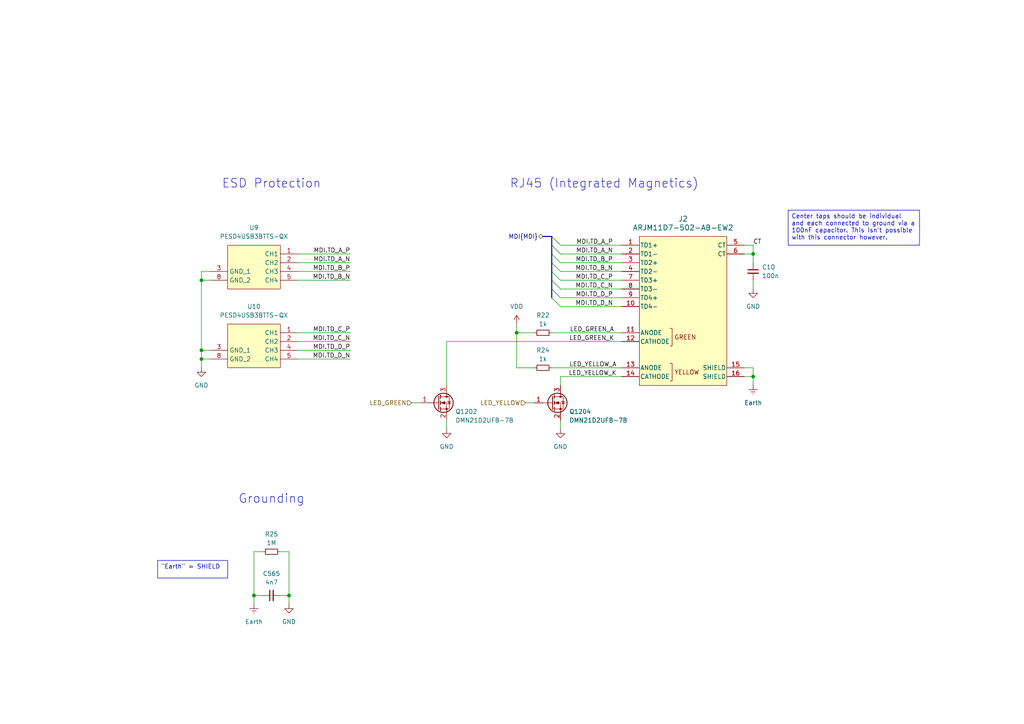
<source format=kicad_sch>
(kicad_sch
	(version 20250114)
	(generator "eeschema")
	(generator_version "9.0")
	(uuid "f705ba0d-20c4-4207-b055-c866957c0eb8")
	(paper "A4")
	(title_block
		(title "RJ45")
		(date "2025-04-09")
		(rev "1.0.0")
	)
	(lib_symbols
		(symbol "ARJM11D7_502_AB_EW2:ARJM11D7-502-AB-EW2"
			(pin_names
				(offset 0.254)
			)
			(exclude_from_sim no)
			(in_bom yes)
			(on_board yes)
			(property "Reference" "J"
				(at 0 5.08 0)
				(effects
					(font
						(size 1.524 1.524)
					)
				)
			)
			(property "Value" "ARJM11D7-502-AB-EW2"
				(at 0 2.54 0)
				(effects
					(font
						(size 1.524 1.524)
					)
				)
			)
			(property "Footprint" "switch_footprints:ARJM11D7-502-AB-EW2_ABR"
				(at 0 -45.72 0)
				(effects
					(font
						(size 1.27 1.27)
						(italic yes)
					)
					(hide yes)
				)
			)
			(property "Datasheet" "ARJM11D7-502-AB-EW2"
				(at 0 -48.26 0)
				(effects
					(font
						(size 1.27 1.27)
						(italic yes)
					)
					(hide yes)
				)
			)
			(property "Description" ""
				(at 0 0 0)
				(effects
					(font
						(size 1.27 1.27)
					)
					(hide yes)
				)
			)
			(property "ki_keywords" "ARJM11D7-502-AB-EW2"
				(at 0 0 0)
				(effects
					(font
						(size 1.27 1.27)
					)
					(hide yes)
				)
			)
			(property "ki_fp_filters" "ARJM11D7-502-AB-EW2_ABR"
				(at 0 0 0)
				(effects
					(font
						(size 1.27 1.27)
					)
					(hide yes)
				)
			)
			(symbol "ARJM11D7-502-AB-EW2_0_1"
				(polyline
					(pts
						(xy -3.81 -26.67) (xy -3.175 -26.67) (xy -3.175 -31.75) (xy -3.81 -31.75)
					)
					(stroke
						(width 0)
						(type default)
					)
					(fill
						(type none)
					)
				)
				(polyline
					(pts
						(xy -3.81 -36.83) (xy -3.175 -36.83) (xy -3.175 -41.91) (xy -3.81 -41.91)
					)
					(stroke
						(width 0)
						(type default)
					)
					(fill
						(type none)
					)
				)
				(pin bidirectional line
					(at -17.78 -2.54 0)
					(length 5.08)
					(name "TD1+"
						(effects
							(font
								(size 1.27 1.27)
							)
						)
					)
					(number "1"
						(effects
							(font
								(size 1.27 1.27)
							)
						)
					)
				)
				(pin bidirectional line
					(at -17.78 -5.08 0)
					(length 5.08)
					(name "TD1-"
						(effects
							(font
								(size 1.27 1.27)
							)
						)
					)
					(number "2"
						(effects
							(font
								(size 1.27 1.27)
							)
						)
					)
				)
				(pin bidirectional line
					(at -17.78 -7.62 0)
					(length 5.08)
					(name "TD2+"
						(effects
							(font
								(size 1.27 1.27)
							)
						)
					)
					(number "3"
						(effects
							(font
								(size 1.27 1.27)
							)
						)
					)
				)
				(pin bidirectional line
					(at -17.78 -10.16 0)
					(length 5.08)
					(name "TD2-"
						(effects
							(font
								(size 1.27 1.27)
							)
						)
					)
					(number "4"
						(effects
							(font
								(size 1.27 1.27)
							)
						)
					)
				)
				(pin bidirectional line
					(at -17.78 -12.7 0)
					(length 5.08)
					(name "TD3+"
						(effects
							(font
								(size 1.27 1.27)
							)
						)
					)
					(number "7"
						(effects
							(font
								(size 1.27 1.27)
							)
						)
					)
				)
				(pin bidirectional line
					(at -17.78 -15.24 0)
					(length 5.08)
					(name "TD3-"
						(effects
							(font
								(size 1.27 1.27)
							)
						)
					)
					(number "8"
						(effects
							(font
								(size 1.27 1.27)
							)
						)
					)
				)
				(pin bidirectional line
					(at -17.78 -17.78 0)
					(length 5.08)
					(name "TD4+"
						(effects
							(font
								(size 1.27 1.27)
							)
						)
					)
					(number "9"
						(effects
							(font
								(size 1.27 1.27)
							)
						)
					)
				)
				(pin bidirectional line
					(at -17.78 -20.32 0)
					(length 5.08)
					(name "TD4-"
						(effects
							(font
								(size 1.27 1.27)
							)
						)
					)
					(number "10"
						(effects
							(font
								(size 1.27 1.27)
							)
						)
					)
				)
				(pin unspecified line
					(at -17.78 -27.94 0)
					(length 5.08)
					(name "ANODE"
						(effects
							(font
								(size 1.27 1.27)
							)
						)
					)
					(number "11"
						(effects
							(font
								(size 1.27 1.27)
							)
						)
					)
				)
				(pin unspecified line
					(at -17.78 -30.48 0)
					(length 5.08)
					(name "CATHODE"
						(effects
							(font
								(size 1.27 1.27)
							)
						)
					)
					(number "12"
						(effects
							(font
								(size 1.27 1.27)
							)
						)
					)
				)
				(pin unspecified line
					(at -17.78 -38.1 0)
					(length 5.08)
					(name "ANODE"
						(effects
							(font
								(size 1.27 1.27)
							)
						)
					)
					(number "13"
						(effects
							(font
								(size 1.27 1.27)
							)
						)
					)
				)
				(pin unspecified line
					(at -17.78 -40.64 0)
					(length 5.08)
					(name "CATHODE"
						(effects
							(font
								(size 1.27 1.27)
							)
						)
					)
					(number "14"
						(effects
							(font
								(size 1.27 1.27)
							)
						)
					)
				)
				(pin unspecified line
					(at 17.78 -2.54 180)
					(length 5.08)
					(name "CT"
						(effects
							(font
								(size 1.27 1.27)
							)
						)
					)
					(number "5"
						(effects
							(font
								(size 1.27 1.27)
							)
						)
					)
				)
				(pin unspecified line
					(at 17.78 -5.08 180)
					(length 5.08)
					(name "CT"
						(effects
							(font
								(size 1.27 1.27)
							)
						)
					)
					(number "6"
						(effects
							(font
								(size 1.27 1.27)
							)
						)
					)
				)
			)
			(symbol "ARJM11D7-502-AB-EW2_1_1"
				(rectangle
					(start -12.7 0)
					(end 12.7 -43.18)
					(stroke
						(width 0)
						(type solid)
					)
					(fill
						(type background)
					)
				)
				(text "GREEN"
					(at -2.54 -29.21 0)
					(effects
						(font
							(size 1.27 1.27)
						)
						(justify left)
					)
				)
				(text "YELLOW"
					(at -2.54 -39.37 0)
					(effects
						(font
							(size 1.27 1.27)
						)
						(justify left)
					)
				)
				(pin passive line
					(at 17.78 -38.1 180)
					(length 5.08)
					(name "SHIELD"
						(effects
							(font
								(size 1.27 1.27)
							)
						)
					)
					(number "15"
						(effects
							(font
								(size 1.27 1.27)
							)
						)
					)
				)
				(pin passive line
					(at 17.78 -40.64 180)
					(length 5.08)
					(name "SHIELD"
						(effects
							(font
								(size 1.27 1.27)
							)
						)
					)
					(number "16"
						(effects
							(font
								(size 1.27 1.27)
							)
						)
					)
				)
			)
			(embedded_fonts no)
		)
		(symbol "DMN21D2UFB-7B:DMN21D2UFB-7B"
			(pin_names
				(hide yes)
			)
			(exclude_from_sim no)
			(in_bom yes)
			(on_board yes)
			(property "Reference" "Q"
				(at 11.43 3.81 0)
				(effects
					(font
						(size 1.27 1.27)
					)
					(justify left top)
				)
			)
			(property "Value" "DMN21D2UFB-7B"
				(at 11.43 1.27 0)
				(effects
					(font
						(size 1.27 1.27)
					)
					(justify left top)
				)
			)
			(property "Footprint" "switch_footprints:DMN21D2UFB7B"
				(at 11.43 -98.73 0)
				(effects
					(font
						(size 1.27 1.27)
					)
					(justify left top)
					(hide yes)
				)
			)
			(property "Datasheet" "https://componentsearchengine.com/Datasheets/1/DMN21D2UFB-7B.pdf"
				(at 11.43 -198.73 0)
				(effects
					(font
						(size 1.27 1.27)
					)
					(justify left top)
					(hide yes)
				)
			)
			(property "Description" "MOSFET MOSFET BVDSS: 8V-24V X1-DFN1006-3 T&R 10"
				(at 0 -30.48 0)
				(effects
					(font
						(size 1.27 1.27)
					)
					(hide yes)
				)
			)
			(property "Height" "0.53"
				(at 11.43 -398.73 0)
				(effects
					(font
						(size 1.27 1.27)
					)
					(justify left top)
					(hide yes)
				)
			)
			(property "Mouser Part Number" "621-DMN21D2UFB-7B"
				(at 11.43 -498.73 0)
				(effects
					(font
						(size 1.27 1.27)
					)
					(justify left top)
					(hide yes)
				)
			)
			(property "Mouser Price/Stock" ""
				(at 11.43 -598.73 0)
				(effects
					(font
						(size 1.27 1.27)
					)
					(justify left top)
					(hide yes)
				)
			)
			(property "Manufacturer_Name" "Diodes Incorporated"
				(at 11.43 -698.73 0)
				(effects
					(font
						(size 1.27 1.27)
					)
					(justify left top)
					(hide yes)
				)
			)
			(property "Manufacturer_Part_Number" "DMN21D2UFB-7B"
				(at 11.43 -798.73 0)
				(effects
					(font
						(size 1.27 1.27)
					)
					(justify left top)
					(hide yes)
				)
			)
			(symbol "DMN21D2UFB-7B_0_1"
				(polyline
					(pts
						(xy 5.334 1.905) (xy 5.334 -1.905)
					)
					(stroke
						(width 0.254)
						(type default)
					)
					(fill
						(type none)
					)
				)
				(polyline
					(pts
						(xy 5.334 0) (xy 2.54 0)
					)
					(stroke
						(width 0)
						(type default)
					)
					(fill
						(type none)
					)
				)
				(polyline
					(pts
						(xy 5.842 2.286) (xy 5.842 1.27)
					)
					(stroke
						(width 0.254)
						(type default)
					)
					(fill
						(type none)
					)
				)
				(polyline
					(pts
						(xy 5.842 0.508) (xy 5.842 -0.508)
					)
					(stroke
						(width 0.254)
						(type default)
					)
					(fill
						(type none)
					)
				)
				(polyline
					(pts
						(xy 5.842 -1.27) (xy 5.842 -2.286)
					)
					(stroke
						(width 0.254)
						(type default)
					)
					(fill
						(type none)
					)
				)
				(polyline
					(pts
						(xy 5.842 -1.778) (xy 8.382 -1.778) (xy 8.382 1.778) (xy 5.842 1.778)
					)
					(stroke
						(width 0)
						(type default)
					)
					(fill
						(type none)
					)
				)
				(polyline
					(pts
						(xy 6.096 0) (xy 7.112 0.381) (xy 7.112 -0.381) (xy 6.096 0)
					)
					(stroke
						(width 0)
						(type default)
					)
					(fill
						(type outline)
					)
				)
				(circle
					(center 6.731 0)
					(radius 2.794)
					(stroke
						(width 0.254)
						(type default)
					)
					(fill
						(type none)
					)
				)
				(polyline
					(pts
						(xy 7.62 2.54) (xy 7.62 1.778)
					)
					(stroke
						(width 0)
						(type default)
					)
					(fill
						(type none)
					)
				)
				(circle
					(center 7.62 1.778)
					(radius 0.254)
					(stroke
						(width 0)
						(type default)
					)
					(fill
						(type outline)
					)
				)
				(circle
					(center 7.62 -1.778)
					(radius 0.254)
					(stroke
						(width 0)
						(type default)
					)
					(fill
						(type outline)
					)
				)
				(polyline
					(pts
						(xy 7.62 -2.54) (xy 7.62 0) (xy 5.842 0)
					)
					(stroke
						(width 0)
						(type default)
					)
					(fill
						(type none)
					)
				)
				(polyline
					(pts
						(xy 7.874 0.508) (xy 8.001 0.381) (xy 8.763 0.381) (xy 8.89 0.254)
					)
					(stroke
						(width 0)
						(type default)
					)
					(fill
						(type none)
					)
				)
				(polyline
					(pts
						(xy 8.382 0.381) (xy 8.001 -0.254) (xy 8.763 -0.254) (xy 8.382 0.381)
					)
					(stroke
						(width 0)
						(type default)
					)
					(fill
						(type none)
					)
				)
			)
			(symbol "DMN21D2UFB-7B_1_1"
				(pin input line
					(at 0 0 0)
					(length 2.54)
					(name "G"
						(effects
							(font
								(size 1.27 1.27)
							)
						)
					)
					(number "1"
						(effects
							(font
								(size 1.27 1.27)
							)
						)
					)
				)
				(pin passive line
					(at 7.62 5.08 270)
					(length 2.54)
					(name "D"
						(effects
							(font
								(size 1.27 1.27)
							)
						)
					)
					(number "3"
						(effects
							(font
								(size 1.27 1.27)
							)
						)
					)
				)
				(pin passive line
					(at 7.62 -5.08 90)
					(length 2.54)
					(name "S"
						(effects
							(font
								(size 1.27 1.27)
							)
						)
					)
					(number "2"
						(effects
							(font
								(size 1.27 1.27)
							)
						)
					)
				)
			)
			(embedded_fonts no)
		)
		(symbol "Device:C_Small"
			(pin_numbers
				(hide yes)
			)
			(pin_names
				(offset 0.254)
				(hide yes)
			)
			(exclude_from_sim no)
			(in_bom yes)
			(on_board yes)
			(property "Reference" "C"
				(at 0.254 1.778 0)
				(effects
					(font
						(size 1.27 1.27)
					)
					(justify left)
				)
			)
			(property "Value" "C_Small"
				(at 0.254 -2.032 0)
				(effects
					(font
						(size 1.27 1.27)
					)
					(justify left)
				)
			)
			(property "Footprint" ""
				(at 0 0 0)
				(effects
					(font
						(size 1.27 1.27)
					)
					(hide yes)
				)
			)
			(property "Datasheet" "~"
				(at 0 0 0)
				(effects
					(font
						(size 1.27 1.27)
					)
					(hide yes)
				)
			)
			(property "Description" "Unpolarized capacitor, small symbol"
				(at 0 0 0)
				(effects
					(font
						(size 1.27 1.27)
					)
					(hide yes)
				)
			)
			(property "ki_keywords" "capacitor cap"
				(at 0 0 0)
				(effects
					(font
						(size 1.27 1.27)
					)
					(hide yes)
				)
			)
			(property "ki_fp_filters" "C_*"
				(at 0 0 0)
				(effects
					(font
						(size 1.27 1.27)
					)
					(hide yes)
				)
			)
			(symbol "C_Small_0_1"
				(polyline
					(pts
						(xy -1.524 0.508) (xy 1.524 0.508)
					)
					(stroke
						(width 0.3048)
						(type default)
					)
					(fill
						(type none)
					)
				)
				(polyline
					(pts
						(xy -1.524 -0.508) (xy 1.524 -0.508)
					)
					(stroke
						(width 0.3302)
						(type default)
					)
					(fill
						(type none)
					)
				)
			)
			(symbol "C_Small_1_1"
				(pin passive line
					(at 0 2.54 270)
					(length 2.032)
					(name "~"
						(effects
							(font
								(size 1.27 1.27)
							)
						)
					)
					(number "1"
						(effects
							(font
								(size 1.27 1.27)
							)
						)
					)
				)
				(pin passive line
					(at 0 -2.54 90)
					(length 2.032)
					(name "~"
						(effects
							(font
								(size 1.27 1.27)
							)
						)
					)
					(number "2"
						(effects
							(font
								(size 1.27 1.27)
							)
						)
					)
				)
			)
			(embedded_fonts no)
		)
		(symbol "Device:R_Small"
			(pin_numbers
				(hide yes)
			)
			(pin_names
				(offset 0.254)
				(hide yes)
			)
			(exclude_from_sim no)
			(in_bom yes)
			(on_board yes)
			(property "Reference" "R"
				(at 0.762 0.508 0)
				(effects
					(font
						(size 1.27 1.27)
					)
					(justify left)
				)
			)
			(property "Value" "R_Small"
				(at 0.762 -1.016 0)
				(effects
					(font
						(size 1.27 1.27)
					)
					(justify left)
				)
			)
			(property "Footprint" ""
				(at 0 0 0)
				(effects
					(font
						(size 1.27 1.27)
					)
					(hide yes)
				)
			)
			(property "Datasheet" "~"
				(at 0 0 0)
				(effects
					(font
						(size 1.27 1.27)
					)
					(hide yes)
				)
			)
			(property "Description" "Resistor, small symbol"
				(at 0 0 0)
				(effects
					(font
						(size 1.27 1.27)
					)
					(hide yes)
				)
			)
			(property "ki_keywords" "R resistor"
				(at 0 0 0)
				(effects
					(font
						(size 1.27 1.27)
					)
					(hide yes)
				)
			)
			(property "ki_fp_filters" "R_*"
				(at 0 0 0)
				(effects
					(font
						(size 1.27 1.27)
					)
					(hide yes)
				)
			)
			(symbol "R_Small_0_1"
				(rectangle
					(start -0.762 1.778)
					(end 0.762 -1.778)
					(stroke
						(width 0.2032)
						(type default)
					)
					(fill
						(type none)
					)
				)
			)
			(symbol "R_Small_1_1"
				(pin passive line
					(at 0 2.54 270)
					(length 0.762)
					(name "~"
						(effects
							(font
								(size 1.27 1.27)
							)
						)
					)
					(number "1"
						(effects
							(font
								(size 1.27 1.27)
							)
						)
					)
				)
				(pin passive line
					(at 0 -2.54 90)
					(length 0.762)
					(name "~"
						(effects
							(font
								(size 1.27 1.27)
							)
						)
					)
					(number "2"
						(effects
							(font
								(size 1.27 1.27)
							)
						)
					)
				)
			)
			(embedded_fonts no)
		)
		(symbol "PESD4USB3BTTS-QX:PESD4USB3BTTS-QX"
			(exclude_from_sim no)
			(in_bom yes)
			(on_board yes)
			(property "Reference" "U"
				(at 0 5.08 0)
				(effects
					(font
						(size 1.27 1.27)
					)
				)
			)
			(property "Value" "PESD4USB3BTTS-QX"
				(at 0 2.54 0)
				(effects
					(font
						(size 1.27 1.27)
					)
				)
			)
			(property "Footprint" "switch_footprints:PESD4USB3BTTSQX"
				(at 29.21 -94.92 0)
				(effects
					(font
						(size 1.27 1.27)
					)
					(justify left top)
					(hide yes)
				)
			)
			(property "Datasheet" "https://assets.nexperia.com/documents/data-sheet/PESD4USB3BTTS-Q.pdf"
				(at 29.21 -194.92 0)
				(effects
					(font
						(size 1.27 1.27)
					)
					(justify left top)
					(hide yes)
				)
			)
			(property "Description" "ESD protection for high-speed interfaces,10 terminals; 0.5 mm pitch; 2.5 mm x 1 mm x 0.75 mm body,DFN2510D-10 (SOT1165D)"
				(at 0 -38.1 0)
				(effects
					(font
						(size 1.27 1.27)
					)
					(hide yes)
				)
			)
			(property "Height" "0.8"
				(at 29.21 -394.92 0)
				(effects
					(font
						(size 1.27 1.27)
					)
					(justify left top)
					(hide yes)
				)
			)
			(property "Mouser Part Number" "771-PESD4USB3BTTS-QX"
				(at 29.21 -494.92 0)
				(effects
					(font
						(size 1.27 1.27)
					)
					(justify left top)
					(hide yes)
				)
			)
			(property "Mouser Price/Stock" "https://www.mouser.co.uk/ProductDetail/Nexperia/PESD4USB3BTTS-QX?qs=3Rah4i%252BhyCFJEPB%252BB9x8Uw%3D%3D"
				(at 29.21 -594.92 0)
				(effects
					(font
						(size 1.27 1.27)
					)
					(justify left top)
					(hide yes)
				)
			)
			(property "Manufacturer_Name" "Nexperia"
				(at 29.21 -694.92 0)
				(effects
					(font
						(size 1.27 1.27)
					)
					(justify left top)
					(hide yes)
				)
			)
			(property "Manufacturer_Part_Number" "PESD4USB3BTTS-QX"
				(at 29.21 -794.92 0)
				(effects
					(font
						(size 1.27 1.27)
					)
					(justify left top)
					(hide yes)
				)
			)
			(symbol "PESD4USB3BTTS-QX_1_1"
				(rectangle
					(start -7.62 0)
					(end 7.62 -12.7)
					(stroke
						(width 0)
						(type solid)
					)
					(fill
						(type background)
					)
				)
				(pin passive line
					(at -12.7 -2.54 0)
					(length 5.08)
					(name "CH1"
						(effects
							(font
								(size 1.27 1.27)
							)
						)
					)
					(number "1"
						(effects
							(font
								(size 1.27 1.27)
							)
						)
					)
				)
				(pin passive line
					(at -12.7 -2.54 0)
					(length 5.08)
					(hide yes)
					(name "NC"
						(effects
							(font
								(size 1.27 1.27)
							)
						)
					)
					(number "10"
						(effects
							(font
								(size 1.27 1.27)
							)
						)
					)
				)
				(pin passive line
					(at -12.7 -5.08 0)
					(length 5.08)
					(name "CH2"
						(effects
							(font
								(size 1.27 1.27)
							)
						)
					)
					(number "2"
						(effects
							(font
								(size 1.27 1.27)
							)
						)
					)
				)
				(pin passive line
					(at -12.7 -5.08 0)
					(length 5.08)
					(hide yes)
					(name "NC"
						(effects
							(font
								(size 1.27 1.27)
							)
						)
					)
					(number "9"
						(effects
							(font
								(size 1.27 1.27)
							)
						)
					)
				)
				(pin passive line
					(at -12.7 -7.62 0)
					(length 5.08)
					(name "CH3"
						(effects
							(font
								(size 1.27 1.27)
							)
						)
					)
					(number "4"
						(effects
							(font
								(size 1.27 1.27)
							)
						)
					)
				)
				(pin passive line
					(at -12.7 -7.62 0)
					(length 5.08)
					(hide yes)
					(name "NC"
						(effects
							(font
								(size 1.27 1.27)
							)
						)
					)
					(number "7"
						(effects
							(font
								(size 1.27 1.27)
							)
						)
					)
				)
				(pin passive line
					(at -12.7 -10.16 0)
					(length 5.08)
					(name "CH4"
						(effects
							(font
								(size 1.27 1.27)
							)
						)
					)
					(number "5"
						(effects
							(font
								(size 1.27 1.27)
							)
						)
					)
				)
				(pin passive line
					(at -12.7 -10.16 0)
					(length 5.08)
					(hide yes)
					(name "NC"
						(effects
							(font
								(size 1.27 1.27)
							)
						)
					)
					(number "6"
						(effects
							(font
								(size 1.27 1.27)
							)
						)
					)
				)
				(pin passive line
					(at 12.7 -7.62 180)
					(length 5.08)
					(name "GND_1"
						(effects
							(font
								(size 1.27 1.27)
							)
						)
					)
					(number "3"
						(effects
							(font
								(size 1.27 1.27)
							)
						)
					)
				)
				(pin passive line
					(at 12.7 -10.16 180)
					(length 5.08)
					(name "GND_2"
						(effects
							(font
								(size 1.27 1.27)
							)
						)
					)
					(number "8"
						(effects
							(font
								(size 1.27 1.27)
							)
						)
					)
				)
			)
			(embedded_fonts no)
		)
		(symbol "power:Earth"
			(power)
			(pin_numbers
				(hide yes)
			)
			(pin_names
				(offset 0)
				(hide yes)
			)
			(exclude_from_sim no)
			(in_bom yes)
			(on_board yes)
			(property "Reference" "#PWR"
				(at 0 -6.35 0)
				(effects
					(font
						(size 1.27 1.27)
					)
					(hide yes)
				)
			)
			(property "Value" "Earth"
				(at 0 -3.81 0)
				(effects
					(font
						(size 1.27 1.27)
					)
				)
			)
			(property "Footprint" ""
				(at 0 0 0)
				(effects
					(font
						(size 1.27 1.27)
					)
					(hide yes)
				)
			)
			(property "Datasheet" "~"
				(at 0 0 0)
				(effects
					(font
						(size 1.27 1.27)
					)
					(hide yes)
				)
			)
			(property "Description" "Power symbol creates a global label with name \"Earth\""
				(at 0 0 0)
				(effects
					(font
						(size 1.27 1.27)
					)
					(hide yes)
				)
			)
			(property "ki_keywords" "global ground gnd"
				(at 0 0 0)
				(effects
					(font
						(size 1.27 1.27)
					)
					(hide yes)
				)
			)
			(symbol "Earth_0_1"
				(polyline
					(pts
						(xy -0.635 -1.905) (xy 0.635 -1.905)
					)
					(stroke
						(width 0)
						(type default)
					)
					(fill
						(type none)
					)
				)
				(polyline
					(pts
						(xy -0.127 -2.54) (xy 0.127 -2.54)
					)
					(stroke
						(width 0)
						(type default)
					)
					(fill
						(type none)
					)
				)
				(polyline
					(pts
						(xy 0 -1.27) (xy 0 0)
					)
					(stroke
						(width 0)
						(type default)
					)
					(fill
						(type none)
					)
				)
				(polyline
					(pts
						(xy 1.27 -1.27) (xy -1.27 -1.27)
					)
					(stroke
						(width 0)
						(type default)
					)
					(fill
						(type none)
					)
				)
			)
			(symbol "Earth_1_1"
				(pin power_in line
					(at 0 0 270)
					(length 0)
					(name "~"
						(effects
							(font
								(size 1.27 1.27)
							)
						)
					)
					(number "1"
						(effects
							(font
								(size 1.27 1.27)
							)
						)
					)
				)
			)
			(embedded_fonts no)
		)
		(symbol "power:GND"
			(power)
			(pin_numbers
				(hide yes)
			)
			(pin_names
				(offset 0)
				(hide yes)
			)
			(exclude_from_sim no)
			(in_bom yes)
			(on_board yes)
			(property "Reference" "#PWR"
				(at 0 -6.35 0)
				(effects
					(font
						(size 1.27 1.27)
					)
					(hide yes)
				)
			)
			(property "Value" "GND"
				(at 0 -3.81 0)
				(effects
					(font
						(size 1.27 1.27)
					)
				)
			)
			(property "Footprint" ""
				(at 0 0 0)
				(effects
					(font
						(size 1.27 1.27)
					)
					(hide yes)
				)
			)
			(property "Datasheet" ""
				(at 0 0 0)
				(effects
					(font
						(size 1.27 1.27)
					)
					(hide yes)
				)
			)
			(property "Description" "Power symbol creates a global label with name \"GND\" , ground"
				(at 0 0 0)
				(effects
					(font
						(size 1.27 1.27)
					)
					(hide yes)
				)
			)
			(property "ki_keywords" "global power"
				(at 0 0 0)
				(effects
					(font
						(size 1.27 1.27)
					)
					(hide yes)
				)
			)
			(symbol "GND_0_1"
				(polyline
					(pts
						(xy 0 0) (xy 0 -1.27) (xy 1.27 -1.27) (xy 0 -2.54) (xy -1.27 -1.27) (xy 0 -1.27)
					)
					(stroke
						(width 0)
						(type default)
					)
					(fill
						(type none)
					)
				)
			)
			(symbol "GND_1_1"
				(pin power_in line
					(at 0 0 270)
					(length 0)
					(name "~"
						(effects
							(font
								(size 1.27 1.27)
							)
						)
					)
					(number "1"
						(effects
							(font
								(size 1.27 1.27)
							)
						)
					)
				)
			)
			(embedded_fonts no)
		)
		(symbol "power:VDD"
			(power)
			(pin_numbers
				(hide yes)
			)
			(pin_names
				(offset 0)
				(hide yes)
			)
			(exclude_from_sim no)
			(in_bom yes)
			(on_board yes)
			(property "Reference" "#PWR"
				(at 0 -3.81 0)
				(effects
					(font
						(size 1.27 1.27)
					)
					(hide yes)
				)
			)
			(property "Value" "VDD"
				(at 0 3.556 0)
				(effects
					(font
						(size 1.27 1.27)
					)
				)
			)
			(property "Footprint" ""
				(at 0 0 0)
				(effects
					(font
						(size 1.27 1.27)
					)
					(hide yes)
				)
			)
			(property "Datasheet" ""
				(at 0 0 0)
				(effects
					(font
						(size 1.27 1.27)
					)
					(hide yes)
				)
			)
			(property "Description" "Power symbol creates a global label with name \"VDD\""
				(at 0 0 0)
				(effects
					(font
						(size 1.27 1.27)
					)
					(hide yes)
				)
			)
			(property "ki_keywords" "global power"
				(at 0 0 0)
				(effects
					(font
						(size 1.27 1.27)
					)
					(hide yes)
				)
			)
			(symbol "VDD_0_1"
				(polyline
					(pts
						(xy -0.762 1.27) (xy 0 2.54)
					)
					(stroke
						(width 0)
						(type default)
					)
					(fill
						(type none)
					)
				)
				(polyline
					(pts
						(xy 0 2.54) (xy 0.762 1.27)
					)
					(stroke
						(width 0)
						(type default)
					)
					(fill
						(type none)
					)
				)
				(polyline
					(pts
						(xy 0 0) (xy 0 2.54)
					)
					(stroke
						(width 0)
						(type default)
					)
					(fill
						(type none)
					)
				)
			)
			(symbol "VDD_1_1"
				(pin power_in line
					(at 0 0 90)
					(length 0)
					(name "~"
						(effects
							(font
								(size 1.27 1.27)
							)
						)
					)
					(number "1"
						(effects
							(font
								(size 1.27 1.27)
							)
						)
					)
				)
			)
			(embedded_fonts no)
		)
	)
	(text "Grounding"
		(exclude_from_sim no)
		(at 78.74 144.78 0)
		(effects
			(font
				(size 2.54 2.54)
			)
		)
		(uuid "050c7df0-bb92-422b-bebf-abbb252304d5")
	)
	(text "ESD Protection"
		(exclude_from_sim no)
		(at 78.74 53.34 0)
		(effects
			(font
				(size 2.54 2.54)
			)
		)
		(uuid "82e152e9-bbc9-41e7-ad60-872e051ee8dc")
	)
	(text "RJ45 (Integrated Magnetics)"
		(exclude_from_sim no)
		(at 175.26 53.34 0)
		(effects
			(font
				(size 2.54 2.54)
			)
		)
		(uuid "cf3e77b7-b23f-4c31-9760-9797588743fc")
	)
	(text_box "\"Earth\" = SHIELD"
		(exclude_from_sim no)
		(at 45.72 162.56 0)
		(size 20.32 5.08)
		(margins 0.9525 0.9525 0.9525 0.9525)
		(stroke
			(width 0)
			(type solid)
		)
		(fill
			(type none)
		)
		(effects
			(font
				(size 1.27 1.27)
			)
			(justify left top)
		)
		(uuid "76935426-7e3a-4589-a54a-4d05e3e1901a")
	)
	(text_box "Center taps should be individual and each connected to ground via a 100nF capacitor. This isn't possible with this connector however."
		(exclude_from_sim no)
		(at 228.6 60.96 0)
		(size 38.1 10.16)
		(margins 0.9525 0.9525 0.9525 0.9525)
		(stroke
			(width 0)
			(type solid)
		)
		(fill
			(type none)
		)
		(effects
			(font
				(size 1.27 1.27)
			)
			(justify left top)
		)
		(uuid "b12a6fa0-f19a-426b-90a3-77bf8d77e1a8")
	)
	(junction
		(at 58.42 101.6)
		(diameter 0)
		(color 0 0 0 0)
		(uuid "121cd270-7b0f-44a6-b724-be009ad3ab68")
	)
	(junction
		(at 218.44 73.66)
		(diameter 0)
		(color 0 0 0 0)
		(uuid "17f8005c-693c-4553-b69c-846c90744fb8")
	)
	(junction
		(at 58.42 81.28)
		(diameter 0)
		(color 0 0 0 0)
		(uuid "45b154a1-4446-45c2-9fd9-dee94d45c078")
	)
	(junction
		(at 83.82 172.72)
		(diameter 0)
		(color 0 0 0 0)
		(uuid "78510314-46e2-468c-a47c-5db5e956d511")
	)
	(junction
		(at 58.42 104.14)
		(diameter 0)
		(color 0 0 0 0)
		(uuid "9fa4b643-fa70-4cab-baaf-f8f192399b7e")
	)
	(junction
		(at 149.86 96.52)
		(diameter 0)
		(color 0 0 0 0)
		(uuid "a4b394a6-b5b9-4072-a923-f9072bdd2350")
	)
	(junction
		(at 73.66 172.72)
		(diameter 0)
		(color 0 0 0 0)
		(uuid "c6436170-9c8e-42c9-9540-b12389132239")
	)
	(junction
		(at 218.44 109.22)
		(diameter 0)
		(color 0 0 0 0)
		(uuid "eac45764-927b-4c01-8200-19b8e050db91")
	)
	(bus_entry
		(at 160.02 76.2)
		(size 2.54 2.54)
		(stroke
			(width 0)
			(type default)
		)
		(uuid "2a146dbd-08d6-433b-b634-811f3ba7786b")
	)
	(bus_entry
		(at 160.02 71.12)
		(size 2.54 2.54)
		(stroke
			(width 0)
			(type default)
		)
		(uuid "3ee4dbd5-8223-47b0-bd26-da362b1cd3c6")
	)
	(bus_entry
		(at 160.02 78.74)
		(size 2.54 2.54)
		(stroke
			(width 0)
			(type default)
		)
		(uuid "52df6519-7e47-4a63-b5cb-8a14207f51a2")
	)
	(bus_entry
		(at 160.02 68.58)
		(size 2.54 2.54)
		(stroke
			(width 0)
			(type default)
		)
		(uuid "6e3107d7-37dd-4d8c-bb62-f6c3e7869760")
	)
	(bus_entry
		(at 160.02 81.28)
		(size 2.54 2.54)
		(stroke
			(width 0)
			(type default)
		)
		(uuid "a560c205-ca78-4051-bcff-3ffdb769124e")
	)
	(bus_entry
		(at 160.02 83.82)
		(size 2.54 2.54)
		(stroke
			(width 0)
			(type default)
		)
		(uuid "b84d977d-2c76-4190-9e92-fd2e681e051f")
	)
	(bus_entry
		(at 160.02 73.66)
		(size 2.54 2.54)
		(stroke
			(width 0)
			(type default)
		)
		(uuid "e720475a-a7a0-4407-a767-bfad484f3fb6")
	)
	(bus_entry
		(at 160.02 86.36)
		(size 2.54 2.54)
		(stroke
			(width 0)
			(type default)
		)
		(uuid "ef8a1094-c88e-4c54-bfaf-2af7d0d3c8cb")
	)
	(wire
		(pts
			(xy 60.96 78.74) (xy 58.42 78.74)
		)
		(stroke
			(width 0)
			(type default)
		)
		(uuid "0407067a-b0ce-426a-8c9d-6b53f2c43ed3")
	)
	(wire
		(pts
			(xy 218.44 109.22) (xy 218.44 106.68)
		)
		(stroke
			(width 0)
			(type default)
		)
		(uuid "085aed93-a4ac-4379-bac6-8fd4e4bf9bcd")
	)
	(wire
		(pts
			(xy 129.54 99.06) (xy 129.54 111.76)
		)
		(stroke
			(width 0)
			(type default)
		)
		(uuid "0ae5acb3-282f-4756-8e2c-7f5529b86b70")
	)
	(wire
		(pts
			(xy 218.44 73.66) (xy 215.9 73.66)
		)
		(stroke
			(width 0)
			(type default)
		)
		(uuid "0d67b833-2ff6-4e53-b9e5-5a6438983d84")
	)
	(bus
		(pts
			(xy 160.02 81.28) (xy 160.02 83.82)
		)
		(stroke
			(width 0)
			(type default)
		)
		(uuid "115be9e8-3f2d-4aa6-870a-4efc67691a50")
	)
	(wire
		(pts
			(xy 73.66 160.02) (xy 73.66 172.72)
		)
		(stroke
			(width 0)
			(type default)
		)
		(uuid "16ce5fe1-a0be-4970-875f-8bfdcdc4c459")
	)
	(wire
		(pts
			(xy 101.6 76.2) (xy 86.36 76.2)
		)
		(stroke
			(width 0)
			(type default)
		)
		(uuid "1e2f3705-edd9-43b8-985f-91e67faae4b2")
	)
	(wire
		(pts
			(xy 58.42 104.14) (xy 58.42 106.68)
		)
		(stroke
			(width 0)
			(type default)
		)
		(uuid "20410b61-eacb-43e6-a1de-a41f1c51a35a")
	)
	(wire
		(pts
			(xy 162.56 111.76) (xy 162.56 109.22)
		)
		(stroke
			(width 0)
			(type default)
		)
		(uuid "20efbbc9-61b1-452b-a782-6751365a4226")
	)
	(bus
		(pts
			(xy 160.02 78.74) (xy 160.02 81.28)
		)
		(stroke
			(width 0)
			(type default)
		)
		(uuid "2618dd54-6f73-4fea-97b8-85910e953463")
	)
	(wire
		(pts
			(xy 119.38 116.84) (xy 121.92 116.84)
		)
		(stroke
			(width 0)
			(type default)
		)
		(uuid "2a4e0d43-2a99-4452-b7a3-8a279fb142ab")
	)
	(wire
		(pts
			(xy 180.34 99.06) (xy 129.54 99.06)
		)
		(stroke
			(width 0)
			(type default)
		)
		(uuid "2baf578b-1081-4bb3-a816-b73eed3124d2")
	)
	(wire
		(pts
			(xy 129.54 121.92) (xy 129.54 124.46)
		)
		(stroke
			(width 0)
			(type default)
		)
		(uuid "2e520020-efab-4bb1-9c00-8eba420c67d9")
	)
	(wire
		(pts
			(xy 58.42 101.6) (xy 60.96 101.6)
		)
		(stroke
			(width 0)
			(type default)
		)
		(uuid "3354922f-9144-4f34-b0da-ac0fa50c5111")
	)
	(wire
		(pts
			(xy 149.86 93.98) (xy 149.86 96.52)
		)
		(stroke
			(width 0)
			(type default)
		)
		(uuid "35ea3601-fc35-4dc0-829b-76cac0d7eac4")
	)
	(wire
		(pts
			(xy 162.56 109.22) (xy 180.34 109.22)
		)
		(stroke
			(width 0)
			(type default)
		)
		(uuid "3aed8973-3671-4900-a32f-d0cb1ee988cc")
	)
	(wire
		(pts
			(xy 58.42 78.74) (xy 58.42 81.28)
		)
		(stroke
			(width 0)
			(type default)
		)
		(uuid "48204966-6252-4e4e-a800-af6e175343ae")
	)
	(wire
		(pts
			(xy 218.44 81.28) (xy 218.44 83.82)
		)
		(stroke
			(width 0)
			(type default)
		)
		(uuid "4a1a8e52-3a91-42f3-88f9-4a0e533e78b9")
	)
	(wire
		(pts
			(xy 149.86 96.52) (xy 154.94 96.52)
		)
		(stroke
			(width 0)
			(type default)
		)
		(uuid "4eebb7a0-9a11-4892-aede-d49edb1f05f0")
	)
	(wire
		(pts
			(xy 162.56 88.9) (xy 180.34 88.9)
		)
		(stroke
			(width 0)
			(type default)
		)
		(uuid "51ea9812-fd60-41e5-b474-1104efdfb0ea")
	)
	(wire
		(pts
			(xy 162.56 76.2) (xy 180.34 76.2)
		)
		(stroke
			(width 0)
			(type default)
		)
		(uuid "545e5a26-c4ac-4ebc-b589-5845f4f66be9")
	)
	(wire
		(pts
			(xy 162.56 78.74) (xy 180.34 78.74)
		)
		(stroke
			(width 0)
			(type default)
		)
		(uuid "54ec80eb-1424-49eb-b35f-aaf08be667bb")
	)
	(bus
		(pts
			(xy 160.02 68.58) (xy 160.02 71.12)
		)
		(stroke
			(width 0)
			(type default)
		)
		(uuid "5817f2f7-ae4a-46ab-a445-081cd8ae3dd2")
	)
	(wire
		(pts
			(xy 101.6 73.66) (xy 86.36 73.66)
		)
		(stroke
			(width 0)
			(type default)
		)
		(uuid "58d85f1b-9e9f-4806-8937-46d944090248")
	)
	(wire
		(pts
			(xy 162.56 71.12) (xy 180.34 71.12)
		)
		(stroke
			(width 0)
			(type default)
		)
		(uuid "68cdf387-84c9-4977-ba39-e6f9f4ca3baf")
	)
	(wire
		(pts
			(xy 218.44 111.76) (xy 218.44 109.22)
		)
		(stroke
			(width 0)
			(type default)
		)
		(uuid "6a551d31-43af-4f7a-a391-53374a05fe9e")
	)
	(wire
		(pts
			(xy 218.44 71.12) (xy 218.44 73.66)
		)
		(stroke
			(width 0)
			(type default)
		)
		(uuid "6b0fd4d0-7ab9-4ef1-83ec-305702738ded")
	)
	(bus
		(pts
			(xy 160.02 76.2) (xy 160.02 78.74)
		)
		(stroke
			(width 0)
			(type default)
		)
		(uuid "6c44f555-6b12-41a5-9597-c9b16311070c")
	)
	(wire
		(pts
			(xy 215.9 109.22) (xy 218.44 109.22)
		)
		(stroke
			(width 0)
			(type default)
		)
		(uuid "6c77122e-f567-44b4-b5c9-3f70f9c9b7df")
	)
	(wire
		(pts
			(xy 162.56 73.66) (xy 180.34 73.66)
		)
		(stroke
			(width 0)
			(type default)
		)
		(uuid "6d05a05f-a2b8-46da-8288-a5826b7f9a96")
	)
	(wire
		(pts
			(xy 83.82 172.72) (xy 83.82 160.02)
		)
		(stroke
			(width 0)
			(type default)
		)
		(uuid "6f966d7c-bce8-425a-9572-ebdb19819aa5")
	)
	(wire
		(pts
			(xy 73.66 172.72) (xy 73.66 175.26)
		)
		(stroke
			(width 0)
			(type default)
		)
		(uuid "739269b0-2264-43a0-9b53-f0a33145e8da")
	)
	(wire
		(pts
			(xy 162.56 86.36) (xy 180.34 86.36)
		)
		(stroke
			(width 0)
			(type default)
		)
		(uuid "75b6491f-1346-45ee-b279-49b383e64c9e")
	)
	(wire
		(pts
			(xy 58.42 104.14) (xy 60.96 104.14)
		)
		(stroke
			(width 0)
			(type default)
		)
		(uuid "7afea40b-41f2-41df-ba59-4ca0517a6279")
	)
	(wire
		(pts
			(xy 81.28 172.72) (xy 83.82 172.72)
		)
		(stroke
			(width 0)
			(type default)
		)
		(uuid "822966b4-192a-4bab-9830-a1301d07e512")
	)
	(wire
		(pts
			(xy 218.44 76.2) (xy 218.44 73.66)
		)
		(stroke
			(width 0)
			(type default)
		)
		(uuid "9065f85e-eebd-4cb8-8165-7dcb749fe3ef")
	)
	(wire
		(pts
			(xy 152.4 116.84) (xy 154.94 116.84)
		)
		(stroke
			(width 0)
			(type default)
		)
		(uuid "9611341a-6a54-406f-8e84-e34055ead69e")
	)
	(wire
		(pts
			(xy 101.6 99.06) (xy 86.36 99.06)
		)
		(stroke
			(width 0)
			(type default)
		)
		(uuid "a74fab22-b989-48ce-92ff-05d52678cb6e")
	)
	(bus
		(pts
			(xy 160.02 73.66) (xy 160.02 76.2)
		)
		(stroke
			(width 0)
			(type default)
		)
		(uuid "abaec37f-29f3-4c10-8f7d-ea7c4c491e68")
	)
	(wire
		(pts
			(xy 58.42 81.28) (xy 60.96 81.28)
		)
		(stroke
			(width 0)
			(type default)
		)
		(uuid "ac780000-8d23-4c16-af45-ad7f4ddc3bd8")
	)
	(bus
		(pts
			(xy 160.02 83.82) (xy 160.02 86.36)
		)
		(stroke
			(width 0)
			(type default)
		)
		(uuid "af9a9efb-5855-45bb-9d4b-d4adf0e5e502")
	)
	(wire
		(pts
			(xy 101.6 104.14) (xy 86.36 104.14)
		)
		(stroke
			(width 0)
			(type default)
		)
		(uuid "b656d1a6-284a-455f-a983-099019cb897b")
	)
	(wire
		(pts
			(xy 58.42 101.6) (xy 58.42 104.14)
		)
		(stroke
			(width 0)
			(type default)
		)
		(uuid "b6ffb4e5-7f14-4841-ab5a-8645f696d23e")
	)
	(bus
		(pts
			(xy 157.48 68.58) (xy 160.02 68.58)
		)
		(stroke
			(width 0)
			(type default)
		)
		(uuid "b98da0a7-d932-465c-9bdf-87e0b9e53112")
	)
	(wire
		(pts
			(xy 101.6 81.28) (xy 86.36 81.28)
		)
		(stroke
			(width 0)
			(type default)
		)
		(uuid "bd91ca2f-b51e-4c74-aa03-21f72ec52fbf")
	)
	(wire
		(pts
			(xy 218.44 71.12) (xy 215.9 71.12)
		)
		(stroke
			(width 0)
			(type default)
		)
		(uuid "c0652cbc-46b3-4e1c-8409-655cad8c5bee")
	)
	(wire
		(pts
			(xy 101.6 96.52) (xy 86.36 96.52)
		)
		(stroke
			(width 0)
			(type default)
		)
		(uuid "c170ffdd-5c20-4b2e-8142-886202efeb9b")
	)
	(wire
		(pts
			(xy 160.02 96.52) (xy 180.34 96.52)
		)
		(stroke
			(width 0)
			(type default)
		)
		(uuid "c67eb46b-aa23-4000-be38-a81f7463604a")
	)
	(wire
		(pts
			(xy 215.9 106.68) (xy 218.44 106.68)
		)
		(stroke
			(width 0)
			(type default)
		)
		(uuid "cc8765ef-33c7-40a5-900f-13a6803271d8")
	)
	(wire
		(pts
			(xy 76.2 160.02) (xy 73.66 160.02)
		)
		(stroke
			(width 0)
			(type default)
		)
		(uuid "cef99474-b1ec-4bf1-970c-daf18ed94465")
	)
	(wire
		(pts
			(xy 101.6 101.6) (xy 86.36 101.6)
		)
		(stroke
			(width 0)
			(type default)
		)
		(uuid "cf6125c7-dd13-4f9a-a443-1e1fb405e6e3")
	)
	(wire
		(pts
			(xy 83.82 172.72) (xy 83.82 175.26)
		)
		(stroke
			(width 0)
			(type default)
		)
		(uuid "d6773103-e71f-45b5-b966-011d6226d7a3")
	)
	(wire
		(pts
			(xy 149.86 106.68) (xy 154.94 106.68)
		)
		(stroke
			(width 0)
			(type default)
		)
		(uuid "dda0f92d-a2fe-4010-80e9-b2b003bc4823")
	)
	(wire
		(pts
			(xy 73.66 172.72) (xy 76.2 172.72)
		)
		(stroke
			(width 0)
			(type default)
		)
		(uuid "e0219686-22eb-4143-aadf-310d3e529dab")
	)
	(bus
		(pts
			(xy 160.02 71.12) (xy 160.02 73.66)
		)
		(stroke
			(width 0)
			(type default)
		)
		(uuid "e7be5468-2338-4d67-9527-a26620b94d67")
	)
	(wire
		(pts
			(xy 149.86 96.52) (xy 149.86 106.68)
		)
		(stroke
			(width 0)
			(type default)
		)
		(uuid "ecfd9c1a-5b4b-4607-a15c-caa99ebc042f")
	)
	(wire
		(pts
			(xy 81.28 160.02) (xy 83.82 160.02)
		)
		(stroke
			(width 0)
			(type default)
		)
		(uuid "ed7e04e5-f341-4a7a-8185-a71046b527d7")
	)
	(wire
		(pts
			(xy 58.42 81.28) (xy 58.42 101.6)
		)
		(stroke
			(width 0)
			(type default)
		)
		(uuid "ef69b9d7-718e-4a8d-9e82-6b8aa5480904")
	)
	(wire
		(pts
			(xy 162.56 81.28) (xy 180.34 81.28)
		)
		(stroke
			(width 0)
			(type default)
		)
		(uuid "f0fa6808-0c3c-43a4-8e17-082de1f252b6")
	)
	(wire
		(pts
			(xy 162.56 121.92) (xy 162.56 124.46)
		)
		(stroke
			(width 0)
			(type default)
		)
		(uuid "f3bec014-9573-483e-a362-0260ca4592c4")
	)
	(wire
		(pts
			(xy 162.56 83.82) (xy 180.34 83.82)
		)
		(stroke
			(width 0)
			(type default)
		)
		(uuid "f61922ec-3b39-4cdf-92f5-e908e778edf5")
	)
	(wire
		(pts
			(xy 101.6 78.74) (xy 86.36 78.74)
		)
		(stroke
			(width 0)
			(type default)
		)
		(uuid "f93b751b-13dd-4952-91cc-194cb87a105f")
	)
	(wire
		(pts
			(xy 160.02 106.68) (xy 180.34 106.68)
		)
		(stroke
			(width 0)
			(type default)
		)
		(uuid "fb1cbf97-a9f0-441f-a6a3-e44b822f405f")
	)
	(label "MDI.TD_B_P"
		(at 177.8 76.2 180)
		(effects
			(font
				(size 1.27 1.27)
			)
			(justify right bottom)
		)
		(uuid "08a84222-fd9c-4ad9-bb41-8fc3cda0ab7a")
	)
	(label "MDI.TD_C_P"
		(at 101.6 96.52 180)
		(effects
			(font
				(size 1.27 1.27)
			)
			(justify right bottom)
		)
		(uuid "165e72e9-2bc9-4686-8bd7-545845094248")
	)
	(label "MDI.TD_A_P"
		(at 101.6 73.66 180)
		(effects
			(font
				(size 1.27 1.27)
			)
			(justify right bottom)
		)
		(uuid "20a30ff9-cee6-4226-b565-dcf0c35fcaaa")
	)
	(label "MDI.TD_B_N"
		(at 101.6 81.28 180)
		(effects
			(font
				(size 1.27 1.27)
			)
			(justify right bottom)
		)
		(uuid "260cf016-5489-4642-a293-b2efa0cf7115")
	)
	(label "MDI.TD_D_P"
		(at 177.8 86.36 180)
		(effects
			(font
				(size 1.27 1.27)
			)
			(justify right bottom)
		)
		(uuid "387088a0-7dbf-4def-938d-717eb1a07157")
	)
	(label "MDI.TD_D_P"
		(at 101.6 101.6 180)
		(effects
			(font
				(size 1.27 1.27)
			)
			(justify right bottom)
		)
		(uuid "494d9e40-2996-4f98-87dd-dbc48da6ecb7")
	)
	(label "LED_YELLOW_A"
		(at 165.1 106.68 0)
		(effects
			(font
				(size 1.27 1.27)
			)
			(justify left bottom)
		)
		(uuid "4c5d1efd-9ded-4dfc-b434-df3c1b698868")
	)
	(label "MDI.TD_C_N"
		(at 101.6 99.06 180)
		(effects
			(font
				(size 1.27 1.27)
			)
			(justify right bottom)
		)
		(uuid "587c088e-03e2-421d-b121-5b30b46fc3cd")
	)
	(label "MDI.TD_C_N"
		(at 177.8 83.82 180)
		(effects
			(font
				(size 1.27 1.27)
			)
			(justify right bottom)
		)
		(uuid "6bbc7994-556d-4027-b660-388b1d9aac53")
	)
	(label "LED_GREEN_K"
		(at 165.1 99.06 0)
		(effects
			(font
				(size 1.27 1.27)
			)
			(justify left bottom)
		)
		(uuid "7741d501-1314-46f1-a2ca-c84bb16854f2")
	)
	(label "MDI.TD_D_N"
		(at 177.8 88.9 180)
		(effects
			(font
				(size 1.27 1.27)
			)
			(justify right bottom)
		)
		(uuid "8ea5d887-b897-4d50-8887-8b1384f3f776")
	)
	(label "MDI.TD_A_P"
		(at 177.8 71.12 180)
		(effects
			(font
				(size 1.27 1.27)
			)
			(justify right bottom)
		)
		(uuid "93cd27e6-3d8b-4390-9f7a-d8eb7728206f")
	)
	(label "MDI.TD_B_N"
		(at 177.8 78.74 180)
		(effects
			(font
				(size 1.27 1.27)
			)
			(justify right bottom)
		)
		(uuid "960d1e84-3696-4595-ab07-45b98ffb1ec7")
	)
	(label "MDI.TD_A_N"
		(at 101.6 76.2 180)
		(effects
			(font
				(size 1.27 1.27)
			)
			(justify right bottom)
		)
		(uuid "a2ddac32-d2a5-4ad4-b16b-81b798d38d10")
	)
	(label "MDI.TD_B_P"
		(at 101.6 78.74 180)
		(effects
			(font
				(size 1.27 1.27)
			)
			(justify right bottom)
		)
		(uuid "ab8c8b40-9093-436e-bb96-841f075180d4")
	)
	(label "MDI.TD_A_N"
		(at 177.8 73.66 180)
		(effects
			(font
				(size 1.27 1.27)
			)
			(justify right bottom)
		)
		(uuid "b1138693-68c2-4e57-a27d-6e00dada9d44")
	)
	(label "MDI.TD_D_N"
		(at 101.6 104.14 180)
		(effects
			(font
				(size 1.27 1.27)
			)
			(justify right bottom)
		)
		(uuid "bad5ff54-7b9c-4b35-b282-01621d0f1fa9")
	)
	(label "LED_GREEN_A"
		(at 165.2677 96.52 0)
		(effects
			(font
				(size 1.27 1.27)
			)
			(justify left bottom)
		)
		(uuid "be55e577-9691-403c-9a60-2a97aa7e56e5")
	)
	(label "LED_YELLOW_K"
		(at 164.9323 109.22 0)
		(effects
			(font
				(size 1.27 1.27)
			)
			(justify left bottom)
		)
		(uuid "c0b0f9f6-9de7-489c-a0b4-e04addfa4166")
	)
	(label "MDI.TD_C_P"
		(at 177.8 81.28 180)
		(effects
			(font
				(size 1.27 1.27)
			)
			(justify right bottom)
		)
		(uuid "c4565918-c96e-45c5-ad71-1bd6fda67cc8")
	)
	(label "CT"
		(at 218.44 71.12 0)
		(effects
			(font
				(size 1.27 1.27)
			)
			(justify left bottom)
		)
		(uuid "ddc3bd74-2f60-4fc7-b847-e4ca18ca118e")
	)
	(hierarchical_label "LED_GREEN"
		(shape input)
		(at 119.38 116.84 180)
		(effects
			(font
				(size 1.27 1.27)
			)
			(justify right)
		)
		(uuid "3baae6db-5315-477a-85a4-ce3364f0154d")
	)
	(hierarchical_label "LED_YELLOW"
		(shape input)
		(at 152.4 116.84 180)
		(effects
			(font
				(size 1.27 1.27)
			)
			(justify right)
		)
		(uuid "601fe019-da43-408b-9f61-90045ce6f00b")
	)
	(hierarchical_label "MDI{MDI}"
		(shape bidirectional)
		(at 157.48 68.58 180)
		(effects
			(font
				(size 1.27 1.27)
			)
			(justify right)
		)
		(uuid "b09ed932-1a6d-454d-8480-6fc1d770df03")
	)
	(symbol
		(lib_id "ARJM11D7_502_AB_EW2:ARJM11D7-502-AB-EW2")
		(at 198.12 68.58 0)
		(unit 1)
		(exclude_from_sim no)
		(in_bom yes)
		(on_board yes)
		(dnp no)
		(fields_autoplaced yes)
		(uuid "063b4451-303c-4ae6-a611-eb06eed93337")
		(property "Reference" "J2"
			(at 198.12 63.5 0)
			(effects
				(font
					(size 1.524 1.524)
				)
			)
		)
		(property "Value" "ARJM11D7-502-AB-EW2"
			(at 198.12 66.04 0)
			(effects
				(font
					(size 1.524 1.524)
				)
			)
		)
		(property "Footprint" "switch_footprints:ARJM11D7-502-AB-EW2_ABR_MODIFIED"
			(at 198.12 114.3 0)
			(effects
				(font
					(size 1.27 1.27)
					(italic yes)
				)
				(hide yes)
			)
		)
		(property "Datasheet" "ARJM11D7-502-AB-EW2"
			(at 198.12 116.84 0)
			(effects
				(font
					(size 1.27 1.27)
					(italic yes)
				)
				(hide yes)
			)
		)
		(property "Description" ""
			(at 198.12 68.58 0)
			(effects
				(font
					(size 1.27 1.27)
				)
				(hide yes)
			)
		)
		(pin "5"
			(uuid "d34822f5-171b-4300-807a-93a89649c56c")
		)
		(pin "3"
			(uuid "0b7a823e-070d-4da7-aa9c-285734b2be17")
		)
		(pin "10"
			(uuid "c07fa411-73f2-4bc1-9458-1cfa2f09083e")
		)
		(pin "6"
			(uuid "b8bc001e-a040-4196-abec-0d7f3d27a39a")
		)
		(pin "13"
			(uuid "f5fa87ff-4912-41d5-b82f-6337e0c4636a")
		)
		(pin "1"
			(uuid "d933e269-454b-48b2-b1bd-7227253319a3")
		)
		(pin "8"
			(uuid "7552e305-a690-405d-a882-32e0c0525324")
		)
		(pin "9"
			(uuid "e9dc24ba-db2d-4833-9184-c9dc0fc930f2")
		)
		(pin "4"
			(uuid "7d66cc52-b15d-48d0-b096-468aed8658eb")
		)
		(pin "7"
			(uuid "fb22b9b2-c3d5-44fb-b9a6-5a95822a1053")
		)
		(pin "2"
			(uuid "698aaeea-6437-4206-9f4a-fc4cbf18951d")
		)
		(pin "11"
			(uuid "474e2316-69f0-437c-a42c-3c3d2a65069f")
		)
		(pin "14"
			(uuid "cafd6cda-6f60-4cd9-958b-130f3b400a21")
		)
		(pin "12"
			(uuid "e101ef29-8c4b-4330-9e8d-dc3f307d4d38")
		)
		(pin "16"
			(uuid "d319f1ff-bb47-4983-aec3-4fd0ca6245b8")
		)
		(pin "15"
			(uuid "88ad314a-4f73-4586-8648-6d75f4e2b9d1")
		)
		(instances
			(project ""
				(path "/7ef02dc5-e404-449b-90a3-d71ebda5cbfa/19bed1b5-9cf9-408f-a14a-c2c72cf4bca3"
					(reference "J2")
					(unit 1)
				)
			)
		)
	)
	(symbol
		(lib_id "DMN21D2UFB-7B:DMN21D2UFB-7B")
		(at 154.94 116.84 0)
		(unit 1)
		(exclude_from_sim no)
		(in_bom yes)
		(on_board yes)
		(dnp no)
		(uuid "0742c141-c287-4286-9db7-f2f3aa4fce5f")
		(property "Reference" "Q1204"
			(at 165.1 119.38 0)
			(effects
				(font
					(size 1.27 1.27)
				)
				(justify left)
			)
		)
		(property "Value" "DMN21D2UFB-7B"
			(at 165.1 121.92 0)
			(effects
				(font
					(size 1.27 1.27)
				)
				(justify left)
			)
		)
		(property "Footprint" "switch_footprints:DMN21D2UFB7B"
			(at 166.37 215.57 0)
			(effects
				(font
					(size 1.27 1.27)
				)
				(justify left top)
				(hide yes)
			)
		)
		(property "Datasheet" "https://componentsearchengine.com/Datasheets/1/DMN21D2UFB-7B.pdf"
			(at 166.37 315.57 0)
			(effects
				(font
					(size 1.27 1.27)
				)
				(justify left top)
				(hide yes)
			)
		)
		(property "Description" "MOSFET MOSFET BVDSS: 8V-24V X1-DFN1006-3 T&R 10"
			(at 154.94 116.84 0)
			(effects
				(font
					(size 1.27 1.27)
				)
				(hide yes)
			)
		)
		(property "Height" "0.53"
			(at 166.37 515.57 0)
			(effects
				(font
					(size 1.27 1.27)
				)
				(justify left top)
				(hide yes)
			)
		)
		(property "Mouser Part Number" "621-DMN21D2UFB-7B"
			(at 166.37 615.57 0)
			(effects
				(font
					(size 1.27 1.27)
				)
				(justify left top)
				(hide yes)
			)
		)
		(property "Mouser Price/Stock" ""
			(at 166.37 715.57 0)
			(effects
				(font
					(size 1.27 1.27)
				)
				(justify left top)
				(hide yes)
			)
		)
		(property "Manufacturer_Name" "Diodes Incorporated"
			(at 166.37 815.57 0)
			(effects
				(font
					(size 1.27 1.27)
				)
				(justify left top)
				(hide yes)
			)
		)
		(property "Manufacturer_Part_Number" "DMN21D2UFB-7B"
			(at 166.37 915.57 0)
			(effects
				(font
					(size 1.27 1.27)
				)
				(justify left top)
				(hide yes)
			)
		)
		(pin "3"
			(uuid "1d747060-8779-4326-9e39-537a4a692dd7")
		)
		(pin "1"
			(uuid "fbc0d946-c8d0-4101-8dfa-e35d52bc7d1d")
		)
		(pin "2"
			(uuid "5355071f-c7a6-41cd-9a34-c34037e137e1")
		)
		(instances
			(project "phy_module_v1"
				(path "/7ef02dc5-e404-449b-90a3-d71ebda5cbfa/19bed1b5-9cf9-408f-a14a-c2c72cf4bca3"
					(reference "Q1204")
					(unit 1)
				)
			)
		)
	)
	(symbol
		(lib_id "power:GND")
		(at 162.56 124.46 0)
		(unit 1)
		(exclude_from_sim no)
		(in_bom yes)
		(on_board yes)
		(dnp no)
		(fields_autoplaced yes)
		(uuid "1df67bcc-40ca-4fac-9843-038ec45f177c")
		(property "Reference" "#PWR022"
			(at 162.56 130.81 0)
			(effects
				(font
					(size 1.27 1.27)
				)
				(hide yes)
			)
		)
		(property "Value" "GND"
			(at 162.56 129.54 0)
			(effects
				(font
					(size 1.27 1.27)
				)
			)
		)
		(property "Footprint" ""
			(at 162.56 124.46 0)
			(effects
				(font
					(size 1.27 1.27)
				)
				(hide yes)
			)
		)
		(property "Datasheet" ""
			(at 162.56 124.46 0)
			(effects
				(font
					(size 1.27 1.27)
				)
				(hide yes)
			)
		)
		(property "Description" "Power symbol creates a global label with name \"GND\" , ground"
			(at 162.56 124.46 0)
			(effects
				(font
					(size 1.27 1.27)
				)
				(hide yes)
			)
		)
		(pin "1"
			(uuid "a1113acc-1dd0-4ecd-987f-f18044e68525")
		)
		(instances
			(project "phy_module_v1"
				(path "/7ef02dc5-e404-449b-90a3-d71ebda5cbfa/19bed1b5-9cf9-408f-a14a-c2c72cf4bca3"
					(reference "#PWR022")
					(unit 1)
				)
			)
		)
	)
	(symbol
		(lib_id "Device:C_Small")
		(at 78.74 172.72 90)
		(mirror x)
		(unit 1)
		(exclude_from_sim no)
		(in_bom yes)
		(on_board yes)
		(dnp no)
		(fields_autoplaced yes)
		(uuid "2b6fa489-8011-4503-921d-6644484641c7")
		(property "Reference" "C565"
			(at 78.7463 166.37 90)
			(effects
				(font
					(size 1.27 1.27)
				)
			)
		)
		(property "Value" "4n7"
			(at 78.7463 168.91 90)
			(effects
				(font
					(size 1.27 1.27)
				)
			)
		)
		(property "Footprint" "Capacitor_SMD:C_0402_1005Metric"
			(at 78.74 172.72 0)
			(effects
				(font
					(size 1.27 1.27)
				)
				(hide yes)
			)
		)
		(property "Datasheet" "~"
			(at 78.74 172.72 0)
			(effects
				(font
					(size 1.27 1.27)
				)
				(hide yes)
			)
		)
		(property "Description" "Unpolarized capacitor, small symbol"
			(at 78.74 172.72 0)
			(effects
				(font
					(size 1.27 1.27)
				)
				(hide yes)
			)
		)
		(pin "1"
			(uuid "0f6e1f2a-eeb3-45e3-a53f-88039585022f")
		)
		(pin "2"
			(uuid "672c93ee-ecf8-43ea-a715-5aff38cf179d")
		)
		(instances
			(project "phy_module_1000_base_t_v1"
				(path "/7ef02dc5-e404-449b-90a3-d71ebda5cbfa/19bed1b5-9cf9-408f-a14a-c2c72cf4bca3"
					(reference "C565")
					(unit 1)
				)
			)
		)
	)
	(symbol
		(lib_id "power:Earth")
		(at 73.66 175.26 0)
		(unit 1)
		(exclude_from_sim no)
		(in_bom yes)
		(on_board yes)
		(dnp no)
		(fields_autoplaced yes)
		(uuid "7fe4e0fa-ba96-4525-8af8-3e5fe2c5ad03")
		(property "Reference" "#PWR035"
			(at 73.66 181.61 0)
			(effects
				(font
					(size 1.27 1.27)
				)
				(hide yes)
			)
		)
		(property "Value" "Earth"
			(at 73.66 180.34 0)
			(effects
				(font
					(size 1.27 1.27)
				)
			)
		)
		(property "Footprint" ""
			(at 73.66 175.26 0)
			(effects
				(font
					(size 1.27 1.27)
				)
				(hide yes)
			)
		)
		(property "Datasheet" "~"
			(at 73.66 175.26 0)
			(effects
				(font
					(size 1.27 1.27)
				)
				(hide yes)
			)
		)
		(property "Description" "Power symbol creates a global label with name \"Earth\""
			(at 73.66 175.26 0)
			(effects
				(font
					(size 1.27 1.27)
				)
				(hide yes)
			)
		)
		(pin "1"
			(uuid "ad112529-d2c3-4bc0-b5b2-ffed2fd4e724")
		)
		(instances
			(project "phy_module_1000_base_t_v1"
				(path "/7ef02dc5-e404-449b-90a3-d71ebda5cbfa/19bed1b5-9cf9-408f-a14a-c2c72cf4bca3"
					(reference "#PWR035")
					(unit 1)
				)
			)
		)
	)
	(symbol
		(lib_id "Device:R_Small")
		(at 157.48 96.52 90)
		(unit 1)
		(exclude_from_sim no)
		(in_bom yes)
		(on_board yes)
		(dnp no)
		(fields_autoplaced yes)
		(uuid "8b9bfd6b-28eb-4339-9f00-c1e49b6d7729")
		(property "Reference" "R22"
			(at 157.48 91.44 90)
			(effects
				(font
					(size 1.27 1.27)
				)
			)
		)
		(property "Value" "1k"
			(at 157.48 93.98 90)
			(effects
				(font
					(size 1.27 1.27)
				)
			)
		)
		(property "Footprint" "Resistor_SMD:R_0402_1005Metric"
			(at 157.48 96.52 0)
			(effects
				(font
					(size 1.27 1.27)
				)
				(hide yes)
			)
		)
		(property "Datasheet" "~"
			(at 157.48 96.52 0)
			(effects
				(font
					(size 1.27 1.27)
				)
				(hide yes)
			)
		)
		(property "Description" "Resistor, small symbol"
			(at 157.48 96.52 0)
			(effects
				(font
					(size 1.27 1.27)
				)
				(hide yes)
			)
		)
		(pin "1"
			(uuid "48ef491b-b6b9-4757-bdab-a4cb06edd82d")
		)
		(pin "2"
			(uuid "19dff54f-32bb-43d1-99a0-45e485e5087d")
		)
		(instances
			(project "phy_module_v1"
				(path "/7ef02dc5-e404-449b-90a3-d71ebda5cbfa/19bed1b5-9cf9-408f-a14a-c2c72cf4bca3"
					(reference "R22")
					(unit 1)
				)
			)
		)
	)
	(symbol
		(lib_id "Device:C_Small")
		(at 218.44 78.74 0)
		(unit 1)
		(exclude_from_sim no)
		(in_bom yes)
		(on_board yes)
		(dnp no)
		(uuid "8c31f3da-7eb7-426a-a091-989fdf282ebe")
		(property "Reference" "C10"
			(at 220.98 77.4762 0)
			(effects
				(font
					(size 1.27 1.27)
				)
				(justify left)
			)
		)
		(property "Value" "100n"
			(at 220.98 80.0162 0)
			(effects
				(font
					(size 1.27 1.27)
				)
				(justify left)
			)
		)
		(property "Footprint" "Capacitor_SMD:C_0402_1005Metric"
			(at 218.44 78.74 0)
			(effects
				(font
					(size 1.27 1.27)
				)
				(hide yes)
			)
		)
		(property "Datasheet" "~"
			(at 218.44 78.74 0)
			(effects
				(font
					(size 1.27 1.27)
				)
				(hide yes)
			)
		)
		(property "Description" "Unpolarized capacitor, small symbol"
			(at 218.44 78.74 0)
			(effects
				(font
					(size 1.27 1.27)
				)
				(hide yes)
			)
		)
		(pin "2"
			(uuid "97cc265b-f6b0-489e-a3b9-16daef709450")
		)
		(pin "1"
			(uuid "96ff9bbd-050b-48fc-88f6-2eeb8e5e3d6d")
		)
		(instances
			(project "phy_module_v1"
				(path "/7ef02dc5-e404-449b-90a3-d71ebda5cbfa/19bed1b5-9cf9-408f-a14a-c2c72cf4bca3"
					(reference "C10")
					(unit 1)
				)
			)
		)
	)
	(symbol
		(lib_id "PESD4USB3BTTS-QX:PESD4USB3BTTS-QX")
		(at 73.66 93.98 0)
		(mirror y)
		(unit 1)
		(exclude_from_sim no)
		(in_bom yes)
		(on_board yes)
		(dnp no)
		(fields_autoplaced yes)
		(uuid "9e51b76e-b465-4ce5-90be-f392e4c6ab03")
		(property "Reference" "U10"
			(at 73.66 88.9 0)
			(effects
				(font
					(size 1.27 1.27)
				)
			)
		)
		(property "Value" "PESD4USB3BTTS-QX"
			(at 73.66 91.44 0)
			(effects
				(font
					(size 1.27 1.27)
				)
			)
		)
		(property "Footprint" "switch_footprints:PESD4USB3BTTSQX"
			(at 44.45 188.9 0)
			(effects
				(font
					(size 1.27 1.27)
				)
				(justify left top)
				(hide yes)
			)
		)
		(property "Datasheet" "https://assets.nexperia.com/documents/data-sheet/PESD4USB3BTTS-Q.pdf"
			(at 44.45 288.9 0)
			(effects
				(font
					(size 1.27 1.27)
				)
				(justify left top)
				(hide yes)
			)
		)
		(property "Description" "ESD protection for high-speed interfaces,10 terminals; 0.5 mm pitch; 2.5 mm x 1 mm x 0.75 mm body,DFN2510D-10 (SOT1165D)"
			(at 73.66 132.08 0)
			(effects
				(font
					(size 1.27 1.27)
				)
				(hide yes)
			)
		)
		(property "Height" "0.8"
			(at 44.45 488.9 0)
			(effects
				(font
					(size 1.27 1.27)
				)
				(justify left top)
				(hide yes)
			)
		)
		(property "Mouser Part Number" "771-PESD4USB3BTTS-QX"
			(at 44.45 588.9 0)
			(effects
				(font
					(size 1.27 1.27)
				)
				(justify left top)
				(hide yes)
			)
		)
		(property "Mouser Price/Stock" "https://www.mouser.co.uk/ProductDetail/Nexperia/PESD4USB3BTTS-QX?qs=3Rah4i%252BhyCFJEPB%252BB9x8Uw%3D%3D"
			(at 44.45 688.9 0)
			(effects
				(font
					(size 1.27 1.27)
				)
				(justify left top)
				(hide yes)
			)
		)
		(property "Manufacturer_Name" "Nexperia"
			(at 44.45 788.9 0)
			(effects
				(font
					(size 1.27 1.27)
				)
				(justify left top)
				(hide yes)
			)
		)
		(property "Manufacturer_Part_Number" "PESD4USB3BTTS-QX"
			(at 44.45 888.9 0)
			(effects
				(font
					(size 1.27 1.27)
				)
				(justify left top)
				(hide yes)
			)
		)
		(pin "1"
			(uuid "56793f08-e27e-4923-8720-ffd7f2b17bb5")
		)
		(pin "4"
			(uuid "59f712d1-d1b9-47e5-b45d-45a06e840b5b")
		)
		(pin "7"
			(uuid "02fc265c-cf1f-4e16-8ac8-15a8755bb96e")
		)
		(pin "3"
			(uuid "0bfcd088-cde9-4138-bc59-f81bdeb49a0c")
		)
		(pin "8"
			(uuid "3c115f45-31e6-4a89-b047-22d410531269")
		)
		(pin "2"
			(uuid "775896c2-6640-4e2b-98a0-051804dd1c39")
		)
		(pin "5"
			(uuid "fefc1092-741e-4e6e-a3ae-1b18a549967f")
		)
		(pin "6"
			(uuid "2fe0bc64-25c9-4a3e-8f49-a93e8bffff0e")
		)
		(pin "10"
			(uuid "11b3c487-ec15-4856-a454-669bc7c601ea")
		)
		(pin "9"
			(uuid "642c48e5-54bf-4f88-96eb-5d1a444f4c56")
		)
		(instances
			(project "phy_module_1000_base_t_v1"
				(path "/7ef02dc5-e404-449b-90a3-d71ebda5cbfa/19bed1b5-9cf9-408f-a14a-c2c72cf4bca3"
					(reference "U10")
					(unit 1)
				)
			)
		)
	)
	(symbol
		(lib_id "DMN21D2UFB-7B:DMN21D2UFB-7B")
		(at 121.92 116.84 0)
		(unit 1)
		(exclude_from_sim no)
		(in_bom yes)
		(on_board yes)
		(dnp no)
		(uuid "a7bd4b68-e236-41bf-9a95-5e117185152c")
		(property "Reference" "Q1202"
			(at 132.08 119.38 0)
			(effects
				(font
					(size 1.27 1.27)
				)
				(justify left)
			)
		)
		(property "Value" "DMN21D2UFB-7B"
			(at 132.08 121.92 0)
			(effects
				(font
					(size 1.27 1.27)
				)
				(justify left)
			)
		)
		(property "Footprint" "switch_footprints:DMN21D2UFB7B"
			(at 133.35 215.57 0)
			(effects
				(font
					(size 1.27 1.27)
				)
				(justify left top)
				(hide yes)
			)
		)
		(property "Datasheet" "https://componentsearchengine.com/Datasheets/1/DMN21D2UFB-7B.pdf"
			(at 133.35 315.57 0)
			(effects
				(font
					(size 1.27 1.27)
				)
				(justify left top)
				(hide yes)
			)
		)
		(property "Description" "MOSFET MOSFET BVDSS: 8V-24V X1-DFN1006-3 T&R 10"
			(at 121.92 116.84 0)
			(effects
				(font
					(size 1.27 1.27)
				)
				(hide yes)
			)
		)
		(property "Height" "0.53"
			(at 133.35 515.57 0)
			(effects
				(font
					(size 1.27 1.27)
				)
				(justify left top)
				(hide yes)
			)
		)
		(property "Mouser Part Number" "621-DMN21D2UFB-7B"
			(at 133.35 615.57 0)
			(effects
				(font
					(size 1.27 1.27)
				)
				(justify left top)
				(hide yes)
			)
		)
		(property "Mouser Price/Stock" ""
			(at 133.35 715.57 0)
			(effects
				(font
					(size 1.27 1.27)
				)
				(justify left top)
				(hide yes)
			)
		)
		(property "Manufacturer_Name" "Diodes Incorporated"
			(at 133.35 815.57 0)
			(effects
				(font
					(size 1.27 1.27)
				)
				(justify left top)
				(hide yes)
			)
		)
		(property "Manufacturer_Part_Number" "DMN21D2UFB-7B"
			(at 133.35 915.57 0)
			(effects
				(font
					(size 1.27 1.27)
				)
				(justify left top)
				(hide yes)
			)
		)
		(pin "3"
			(uuid "a1f3f8f7-cf8a-4c8c-a063-16d4307e9e88")
		)
		(pin "1"
			(uuid "d1fc074c-5c37-4cd5-b33b-434b086c34c4")
		)
		(pin "2"
			(uuid "2fc1f9c7-47c8-4fee-ac24-386183ed7ac9")
		)
		(instances
			(project "phy_module_v1"
				(path "/7ef02dc5-e404-449b-90a3-d71ebda5cbfa/19bed1b5-9cf9-408f-a14a-c2c72cf4bca3"
					(reference "Q1202")
					(unit 1)
				)
			)
		)
	)
	(symbol
		(lib_id "Device:R_Small")
		(at 157.48 106.68 90)
		(unit 1)
		(exclude_from_sim no)
		(in_bom yes)
		(on_board yes)
		(dnp no)
		(fields_autoplaced yes)
		(uuid "b6ab4d14-f5fd-4691-9a4f-74e2311ce60d")
		(property "Reference" "R24"
			(at 157.48 101.6 90)
			(effects
				(font
					(size 1.27 1.27)
				)
			)
		)
		(property "Value" "1k"
			(at 157.48 104.14 90)
			(effects
				(font
					(size 1.27 1.27)
				)
			)
		)
		(property "Footprint" "Resistor_SMD:R_0402_1005Metric"
			(at 157.48 106.68 0)
			(effects
				(font
					(size 1.27 1.27)
				)
				(hide yes)
			)
		)
		(property "Datasheet" "~"
			(at 157.48 106.68 0)
			(effects
				(font
					(size 1.27 1.27)
				)
				(hide yes)
			)
		)
		(property "Description" "Resistor, small symbol"
			(at 157.48 106.68 0)
			(effects
				(font
					(size 1.27 1.27)
				)
				(hide yes)
			)
		)
		(pin "1"
			(uuid "f2ddec36-e935-47d9-855a-a0fb801f437c")
		)
		(pin "2"
			(uuid "61a99a53-4da8-4ee5-9d3a-ed9ebbd3e1dc")
		)
		(instances
			(project "phy_module_v1"
				(path "/7ef02dc5-e404-449b-90a3-d71ebda5cbfa/19bed1b5-9cf9-408f-a14a-c2c72cf4bca3"
					(reference "R24")
					(unit 1)
				)
			)
		)
	)
	(symbol
		(lib_id "Device:R_Small")
		(at 78.74 160.02 90)
		(unit 1)
		(exclude_from_sim no)
		(in_bom yes)
		(on_board yes)
		(dnp no)
		(fields_autoplaced yes)
		(uuid "bafa36af-7f56-4fa1-9dc3-08c9d46c521d")
		(property "Reference" "R25"
			(at 78.74 154.94 90)
			(effects
				(font
					(size 1.27 1.27)
				)
			)
		)
		(property "Value" "1M"
			(at 78.74 157.48 90)
			(effects
				(font
					(size 1.27 1.27)
				)
			)
		)
		(property "Footprint" "Resistor_SMD:R_0402_1005Metric"
			(at 78.74 160.02 0)
			(effects
				(font
					(size 1.27 1.27)
				)
				(hide yes)
			)
		)
		(property "Datasheet" "~"
			(at 78.74 160.02 0)
			(effects
				(font
					(size 1.27 1.27)
				)
				(hide yes)
			)
		)
		(property "Description" "Resistor, small symbol"
			(at 78.74 160.02 0)
			(effects
				(font
					(size 1.27 1.27)
				)
				(hide yes)
			)
		)
		(pin "1"
			(uuid "fb5b9861-62c2-4693-a795-4444137a9a9e")
		)
		(pin "2"
			(uuid "a735d428-d758-4837-9ba0-03c5ea89f980")
		)
		(instances
			(project "phy_module_1000_base_t_v1"
				(path "/7ef02dc5-e404-449b-90a3-d71ebda5cbfa/19bed1b5-9cf9-408f-a14a-c2c72cf4bca3"
					(reference "R25")
					(unit 1)
				)
			)
		)
	)
	(symbol
		(lib_id "power:GND")
		(at 218.44 83.82 0)
		(unit 1)
		(exclude_from_sim no)
		(in_bom yes)
		(on_board yes)
		(dnp no)
		(fields_autoplaced yes)
		(uuid "bb5a6eb9-5469-4446-8e23-f0ff78e0f44a")
		(property "Reference" "#PWR01"
			(at 218.44 90.17 0)
			(effects
				(font
					(size 1.27 1.27)
				)
				(hide yes)
			)
		)
		(property "Value" "GND"
			(at 218.44 88.9 0)
			(effects
				(font
					(size 1.27 1.27)
				)
			)
		)
		(property "Footprint" ""
			(at 218.44 83.82 0)
			(effects
				(font
					(size 1.27 1.27)
				)
				(hide yes)
			)
		)
		(property "Datasheet" ""
			(at 218.44 83.82 0)
			(effects
				(font
					(size 1.27 1.27)
				)
				(hide yes)
			)
		)
		(property "Description" "Power symbol creates a global label with name \"GND\" , ground"
			(at 218.44 83.82 0)
			(effects
				(font
					(size 1.27 1.27)
				)
				(hide yes)
			)
		)
		(pin "1"
			(uuid "24334d72-2684-408a-8396-ce2a934b0428")
		)
		(instances
			(project ""
				(path "/7ef02dc5-e404-449b-90a3-d71ebda5cbfa/19bed1b5-9cf9-408f-a14a-c2c72cf4bca3"
					(reference "#PWR01")
					(unit 1)
				)
			)
		)
	)
	(symbol
		(lib_id "power:GND")
		(at 129.54 124.46 0)
		(unit 1)
		(exclude_from_sim no)
		(in_bom yes)
		(on_board yes)
		(dnp no)
		(fields_autoplaced yes)
		(uuid "c18fc928-3453-4a70-8bff-8df8aa006e26")
		(property "Reference" "#PWR023"
			(at 129.54 130.81 0)
			(effects
				(font
					(size 1.27 1.27)
				)
				(hide yes)
			)
		)
		(property "Value" "GND"
			(at 129.54 129.54 0)
			(effects
				(font
					(size 1.27 1.27)
				)
			)
		)
		(property "Footprint" ""
			(at 129.54 124.46 0)
			(effects
				(font
					(size 1.27 1.27)
				)
				(hide yes)
			)
		)
		(property "Datasheet" ""
			(at 129.54 124.46 0)
			(effects
				(font
					(size 1.27 1.27)
				)
				(hide yes)
			)
		)
		(property "Description" "Power symbol creates a global label with name \"GND\" , ground"
			(at 129.54 124.46 0)
			(effects
				(font
					(size 1.27 1.27)
				)
				(hide yes)
			)
		)
		(pin "1"
			(uuid "86f8f9ad-5765-4154-8d45-3ea13a2cb862")
		)
		(instances
			(project "phy_module_v1"
				(path "/7ef02dc5-e404-449b-90a3-d71ebda5cbfa/19bed1b5-9cf9-408f-a14a-c2c72cf4bca3"
					(reference "#PWR023")
					(unit 1)
				)
			)
		)
	)
	(symbol
		(lib_id "PESD4USB3BTTS-QX:PESD4USB3BTTS-QX")
		(at 73.66 71.12 0)
		(mirror y)
		(unit 1)
		(exclude_from_sim no)
		(in_bom yes)
		(on_board yes)
		(dnp no)
		(fields_autoplaced yes)
		(uuid "d21db025-4991-477d-baa0-8b0a65aa485f")
		(property "Reference" "U9"
			(at 73.66 66.04 0)
			(effects
				(font
					(size 1.27 1.27)
				)
			)
		)
		(property "Value" "PESD4USB3BTTS-QX"
			(at 73.66 68.58 0)
			(effects
				(font
					(size 1.27 1.27)
				)
			)
		)
		(property "Footprint" "switch_footprints:PESD4USB3BTTSQX"
			(at 44.45 166.04 0)
			(effects
				(font
					(size 1.27 1.27)
				)
				(justify left top)
				(hide yes)
			)
		)
		(property "Datasheet" "https://assets.nexperia.com/documents/data-sheet/PESD4USB3BTTS-Q.pdf"
			(at 44.45 266.04 0)
			(effects
				(font
					(size 1.27 1.27)
				)
				(justify left top)
				(hide yes)
			)
		)
		(property "Description" "ESD protection for high-speed interfaces,10 terminals; 0.5 mm pitch; 2.5 mm x 1 mm x 0.75 mm body,DFN2510D-10 (SOT1165D)"
			(at 73.66 109.22 0)
			(effects
				(font
					(size 1.27 1.27)
				)
				(hide yes)
			)
		)
		(property "Height" "0.8"
			(at 44.45 466.04 0)
			(effects
				(font
					(size 1.27 1.27)
				)
				(justify left top)
				(hide yes)
			)
		)
		(property "Mouser Part Number" "771-PESD4USB3BTTS-QX"
			(at 44.45 566.04 0)
			(effects
				(font
					(size 1.27 1.27)
				)
				(justify left top)
				(hide yes)
			)
		)
		(property "Mouser Price/Stock" "https://www.mouser.co.uk/ProductDetail/Nexperia/PESD4USB3BTTS-QX?qs=3Rah4i%252BhyCFJEPB%252BB9x8Uw%3D%3D"
			(at 44.45 666.04 0)
			(effects
				(font
					(size 1.27 1.27)
				)
				(justify left top)
				(hide yes)
			)
		)
		(property "Manufacturer_Name" "Nexperia"
			(at 44.45 766.04 0)
			(effects
				(font
					(size 1.27 1.27)
				)
				(justify left top)
				(hide yes)
			)
		)
		(property "Manufacturer_Part_Number" "PESD4USB3BTTS-QX"
			(at 44.45 866.04 0)
			(effects
				(font
					(size 1.27 1.27)
				)
				(justify left top)
				(hide yes)
			)
		)
		(pin "1"
			(uuid "a732ed17-9d44-4226-9699-2313c8650c41")
		)
		(pin "4"
			(uuid "0e226ff7-8252-4331-9818-02140693cb78")
		)
		(pin "7"
			(uuid "fc7e2216-774c-4df4-8bec-a350b864b397")
		)
		(pin "3"
			(uuid "81a08355-2754-4c7f-b0db-c5c8da4e507d")
		)
		(pin "8"
			(uuid "d10e95f2-c50b-4e5c-b156-82dd6aa48718")
		)
		(pin "2"
			(uuid "9980f7ec-e2f2-466b-81cb-c28f2b2004c5")
		)
		(pin "5"
			(uuid "5614355e-54fa-47fc-bc3e-41cbfea9f704")
		)
		(pin "6"
			(uuid "9c6164fa-09af-48cc-8eae-3ec31cd72afd")
		)
		(pin "10"
			(uuid "ec340142-e283-4ddb-8770-1eb3595452fd")
		)
		(pin "9"
			(uuid "e70616f0-dc82-4711-9864-4b29e9fd97d6")
		)
		(instances
			(project "phy_module_1000_base_t_v1"
				(path "/7ef02dc5-e404-449b-90a3-d71ebda5cbfa/19bed1b5-9cf9-408f-a14a-c2c72cf4bca3"
					(reference "U9")
					(unit 1)
				)
			)
		)
	)
	(symbol
		(lib_id "power:VDD")
		(at 149.86 93.98 0)
		(unit 1)
		(exclude_from_sim no)
		(in_bom yes)
		(on_board yes)
		(dnp no)
		(fields_autoplaced yes)
		(uuid "d9491fce-8548-40f2-a55f-20f2082e38fb")
		(property "Reference" "#PWR021"
			(at 149.86 97.79 0)
			(effects
				(font
					(size 1.27 1.27)
				)
				(hide yes)
			)
		)
		(property "Value" "VDD"
			(at 149.86 88.9 0)
			(effects
				(font
					(size 1.27 1.27)
				)
			)
		)
		(property "Footprint" ""
			(at 149.86 93.98 0)
			(effects
				(font
					(size 1.27 1.27)
				)
				(hide yes)
			)
		)
		(property "Datasheet" ""
			(at 149.86 93.98 0)
			(effects
				(font
					(size 1.27 1.27)
				)
				(hide yes)
			)
		)
		(property "Description" "Power symbol creates a global label with name \"VDD\""
			(at 149.86 93.98 0)
			(effects
				(font
					(size 1.27 1.27)
				)
				(hide yes)
			)
		)
		(pin "1"
			(uuid "b1111e39-7b5b-4b0c-a45a-d9753074fa4e")
		)
		(instances
			(project "phy_module_v1"
				(path "/7ef02dc5-e404-449b-90a3-d71ebda5cbfa/19bed1b5-9cf9-408f-a14a-c2c72cf4bca3"
					(reference "#PWR021")
					(unit 1)
				)
			)
		)
	)
	(symbol
		(lib_id "power:GND")
		(at 58.42 106.68 0)
		(unit 1)
		(exclude_from_sim no)
		(in_bom yes)
		(on_board yes)
		(dnp no)
		(fields_autoplaced yes)
		(uuid "e87c34ae-ecbd-469c-a098-9653de3e3c90")
		(property "Reference" "#PWR037"
			(at 58.42 113.03 0)
			(effects
				(font
					(size 1.27 1.27)
				)
				(hide yes)
			)
		)
		(property "Value" "GND"
			(at 58.42 111.76 0)
			(effects
				(font
					(size 1.27 1.27)
				)
			)
		)
		(property "Footprint" ""
			(at 58.42 106.68 0)
			(effects
				(font
					(size 1.27 1.27)
				)
				(hide yes)
			)
		)
		(property "Datasheet" ""
			(at 58.42 106.68 0)
			(effects
				(font
					(size 1.27 1.27)
				)
				(hide yes)
			)
		)
		(property "Description" "Power symbol creates a global label with name \"GND\" , ground"
			(at 58.42 106.68 0)
			(effects
				(font
					(size 1.27 1.27)
				)
				(hide yes)
			)
		)
		(pin "1"
			(uuid "a87034ff-0bcf-42db-8e24-166979388aff")
		)
		(instances
			(project "phy_module_1000_base_t_v1"
				(path "/7ef02dc5-e404-449b-90a3-d71ebda5cbfa/19bed1b5-9cf9-408f-a14a-c2c72cf4bca3"
					(reference "#PWR037")
					(unit 1)
				)
			)
		)
	)
	(symbol
		(lib_id "power:GND")
		(at 83.82 175.26 0)
		(unit 1)
		(exclude_from_sim no)
		(in_bom yes)
		(on_board yes)
		(dnp no)
		(fields_autoplaced yes)
		(uuid "ed841722-9d3c-4fc3-bcf6-37132c1810c9")
		(property "Reference" "#PWR036"
			(at 83.82 181.61 0)
			(effects
				(font
					(size 1.27 1.27)
				)
				(hide yes)
			)
		)
		(property "Value" "GND"
			(at 83.82 180.34 0)
			(effects
				(font
					(size 1.27 1.27)
				)
			)
		)
		(property "Footprint" ""
			(at 83.82 175.26 0)
			(effects
				(font
					(size 1.27 1.27)
				)
				(hide yes)
			)
		)
		(property "Datasheet" ""
			(at 83.82 175.26 0)
			(effects
				(font
					(size 1.27 1.27)
				)
				(hide yes)
			)
		)
		(property "Description" "Power symbol creates a global label with name \"GND\" , ground"
			(at 83.82 175.26 0)
			(effects
				(font
					(size 1.27 1.27)
				)
				(hide yes)
			)
		)
		(pin "1"
			(uuid "264c9662-1a81-489b-9708-1325f3a56852")
		)
		(instances
			(project "phy_module_1000_base_t_v1"
				(path "/7ef02dc5-e404-449b-90a3-d71ebda5cbfa/19bed1b5-9cf9-408f-a14a-c2c72cf4bca3"
					(reference "#PWR036")
					(unit 1)
				)
			)
		)
	)
	(symbol
		(lib_id "power:Earth")
		(at 218.44 111.76 0)
		(unit 1)
		(exclude_from_sim no)
		(in_bom yes)
		(on_board yes)
		(dnp no)
		(fields_autoplaced yes)
		(uuid "f244caeb-ed3b-4420-84ab-fea7dc9c3613")
		(property "Reference" "#PWR020"
			(at 218.44 118.11 0)
			(effects
				(font
					(size 1.27 1.27)
				)
				(hide yes)
			)
		)
		(property "Value" "Earth"
			(at 218.44 116.84 0)
			(effects
				(font
					(size 1.27 1.27)
				)
			)
		)
		(property "Footprint" ""
			(at 218.44 111.76 0)
			(effects
				(font
					(size 1.27 1.27)
				)
				(hide yes)
			)
		)
		(property "Datasheet" "~"
			(at 218.44 111.76 0)
			(effects
				(font
					(size 1.27 1.27)
				)
				(hide yes)
			)
		)
		(property "Description" "Power symbol creates a global label with name \"Earth\""
			(at 218.44 111.76 0)
			(effects
				(font
					(size 1.27 1.27)
				)
				(hide yes)
			)
		)
		(pin "1"
			(uuid "0109e5a2-dbbc-4c19-9af5-324ebfee33f7")
		)
		(instances
			(project ""
				(path "/7ef02dc5-e404-449b-90a3-d71ebda5cbfa/19bed1b5-9cf9-408f-a14a-c2c72cf4bca3"
					(reference "#PWR020")
					(unit 1)
				)
			)
		)
	)
)

</source>
